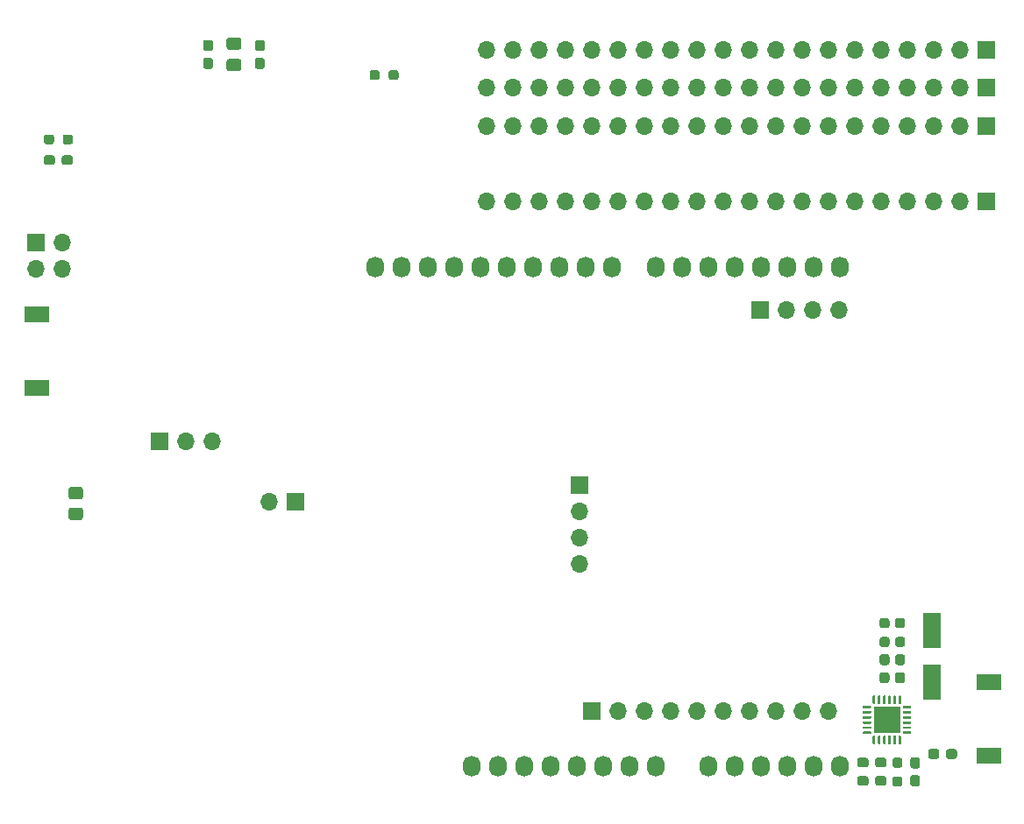
<source format=gbr>
%TF.GenerationSoftware,KiCad,Pcbnew,(5.1.12)-1*%
%TF.CreationDate,2022-03-24T17:22:39-05:00*%
%TF.ProjectId,Psoc-CTF,50736f63-2d43-4544-962e-6b696361645f,rev?*%
%TF.SameCoordinates,Original*%
%TF.FileFunction,Soldermask,Bot*%
%TF.FilePolarity,Negative*%
%FSLAX46Y46*%
G04 Gerber Fmt 4.6, Leading zero omitted, Abs format (unit mm)*
G04 Created by KiCad (PCBNEW (5.1.12)-1) date 2022-03-24 17:22:39*
%MOMM*%
%LPD*%
G01*
G04 APERTURE LIST*
%ADD10C,0.010000*%
%ADD11C,0.450000*%
%ADD12O,1.700000X1.700000*%
%ADD13R,1.700000X1.700000*%
%ADD14R,2.600000X2.600000*%
%ADD15R,1.800000X3.500000*%
%ADD16O,1.727200X2.032000*%
G04 APERTURE END LIST*
D10*
%TO.C,J12*%
G36*
X118148000Y-81654830D02*
G01*
X118148000Y-83102000D01*
X115846860Y-83102000D01*
X115846860Y-81654830D01*
X118148000Y-81654830D01*
G37*
X118148000Y-81654830D02*
X118148000Y-83102000D01*
X115846860Y-83102000D01*
X115846860Y-81654830D01*
X118148000Y-81654830D01*
G36*
X118148000Y-74494140D02*
G01*
X118148000Y-75952000D01*
X115845900Y-75952000D01*
X115845900Y-74494140D01*
X118148000Y-74494140D01*
G37*
X118148000Y-74494140D02*
X118148000Y-75952000D01*
X115845900Y-75952000D01*
X115845900Y-74494140D01*
X118148000Y-74494140D01*
%TO.C,J5*%
G36*
X207764500Y-118642859D02*
G01*
X207764500Y-117184999D01*
X210066600Y-117184999D01*
X210066600Y-118642859D01*
X207764500Y-118642859D01*
G37*
X207764500Y-118642859D02*
X207764500Y-117184999D01*
X210066600Y-117184999D01*
X210066600Y-118642859D01*
X207764500Y-118642859D01*
G36*
X207764500Y-111482169D02*
G01*
X207764500Y-110034999D01*
X210065640Y-110034999D01*
X210065640Y-111482169D01*
X207764500Y-111482169D01*
G37*
X207764500Y-111482169D02*
X207764500Y-110034999D01*
X210065640Y-110034999D01*
X210065640Y-111482169D01*
X207764500Y-111482169D01*
%TD*%
D11*
%TO.C,J12*%
X116998000Y-82376000D03*
X116998000Y-75226000D03*
%TD*%
D12*
%TO.C,J11*%
X160457797Y-57051321D03*
X162997797Y-57051321D03*
X165537797Y-57051321D03*
X168077797Y-57051321D03*
X170617797Y-57051321D03*
X173157797Y-57051321D03*
X175697797Y-57051321D03*
X178237797Y-57051321D03*
X180777797Y-57051321D03*
X183317797Y-57051321D03*
X185857797Y-57051321D03*
X188397797Y-57051321D03*
X190937797Y-57051321D03*
X193477797Y-57051321D03*
X196017797Y-57051321D03*
X198557797Y-57051321D03*
X201097797Y-57051321D03*
X203637797Y-57051321D03*
X206177797Y-57051321D03*
D13*
X208717797Y-57051321D03*
%TD*%
D12*
%TO.C,J10*%
X160438000Y-49665000D03*
X162978000Y-49665000D03*
X165518000Y-49665000D03*
X168058000Y-49665000D03*
X170598000Y-49665000D03*
X173138000Y-49665000D03*
X175678000Y-49665000D03*
X178218000Y-49665000D03*
X180758000Y-49665000D03*
X183298000Y-49665000D03*
X185838000Y-49665000D03*
X188378000Y-49665000D03*
X190918000Y-49665000D03*
X193458000Y-49665000D03*
X195998000Y-49665000D03*
X198538000Y-49665000D03*
X201078000Y-49665000D03*
X203618000Y-49665000D03*
X206158000Y-49665000D03*
D13*
X208698000Y-49665000D03*
%TD*%
D12*
%TO.C,J9*%
X160438000Y-53365000D03*
X162978000Y-53365000D03*
X165518000Y-53365000D03*
X168058000Y-53365000D03*
X170598000Y-53365000D03*
X173138000Y-53365000D03*
X175678000Y-53365000D03*
X178218000Y-53365000D03*
X180758000Y-53365000D03*
X183298000Y-53365000D03*
X185838000Y-53365000D03*
X188378000Y-53365000D03*
X190918000Y-53365000D03*
X193458000Y-53365000D03*
X195998000Y-53365000D03*
X198538000Y-53365000D03*
X201078000Y-53365000D03*
X203618000Y-53365000D03*
X206158000Y-53365000D03*
D13*
X208698000Y-53365000D03*
%TD*%
D12*
%TO.C,J8*%
X160438000Y-64365000D03*
X162978000Y-64365000D03*
X165518000Y-64365000D03*
X168058000Y-64365000D03*
X170598000Y-64365000D03*
X173138000Y-64365000D03*
X175678000Y-64365000D03*
X178218000Y-64365000D03*
X180758000Y-64365000D03*
X183298000Y-64365000D03*
X185838000Y-64365000D03*
X188378000Y-64365000D03*
X190918000Y-64365000D03*
X193458000Y-64365000D03*
X195998000Y-64365000D03*
X198538000Y-64365000D03*
X201078000Y-64365000D03*
X203618000Y-64365000D03*
X206158000Y-64365000D03*
D13*
X208698000Y-64365000D03*
%TD*%
D14*
%TO.C,U5*%
X199136000Y-114488000D03*
G36*
G01*
X196848500Y-113113000D02*
X197548500Y-113113000D01*
G75*
G02*
X197611000Y-113175500I0J-62500D01*
G01*
X197611000Y-113300500D01*
G75*
G02*
X197548500Y-113363000I-62500J0D01*
G01*
X196848500Y-113363000D01*
G75*
G02*
X196786000Y-113300500I0J62500D01*
G01*
X196786000Y-113175500D01*
G75*
G02*
X196848500Y-113113000I62500J0D01*
G01*
G37*
G36*
G01*
X196848500Y-113613000D02*
X197548500Y-113613000D01*
G75*
G02*
X197611000Y-113675500I0J-62500D01*
G01*
X197611000Y-113800500D01*
G75*
G02*
X197548500Y-113863000I-62500J0D01*
G01*
X196848500Y-113863000D01*
G75*
G02*
X196786000Y-113800500I0J62500D01*
G01*
X196786000Y-113675500D01*
G75*
G02*
X196848500Y-113613000I62500J0D01*
G01*
G37*
G36*
G01*
X196848500Y-114113000D02*
X197548500Y-114113000D01*
G75*
G02*
X197611000Y-114175500I0J-62500D01*
G01*
X197611000Y-114300500D01*
G75*
G02*
X197548500Y-114363000I-62500J0D01*
G01*
X196848500Y-114363000D01*
G75*
G02*
X196786000Y-114300500I0J62500D01*
G01*
X196786000Y-114175500D01*
G75*
G02*
X196848500Y-114113000I62500J0D01*
G01*
G37*
G36*
G01*
X196848500Y-114613000D02*
X197548500Y-114613000D01*
G75*
G02*
X197611000Y-114675500I0J-62500D01*
G01*
X197611000Y-114800500D01*
G75*
G02*
X197548500Y-114863000I-62500J0D01*
G01*
X196848500Y-114863000D01*
G75*
G02*
X196786000Y-114800500I0J62500D01*
G01*
X196786000Y-114675500D01*
G75*
G02*
X196848500Y-114613000I62500J0D01*
G01*
G37*
G36*
G01*
X196848500Y-115113000D02*
X197548500Y-115113000D01*
G75*
G02*
X197611000Y-115175500I0J-62500D01*
G01*
X197611000Y-115300500D01*
G75*
G02*
X197548500Y-115363000I-62500J0D01*
G01*
X196848500Y-115363000D01*
G75*
G02*
X196786000Y-115300500I0J62500D01*
G01*
X196786000Y-115175500D01*
G75*
G02*
X196848500Y-115113000I62500J0D01*
G01*
G37*
G36*
G01*
X196848500Y-115613000D02*
X197548500Y-115613000D01*
G75*
G02*
X197611000Y-115675500I0J-62500D01*
G01*
X197611000Y-115800500D01*
G75*
G02*
X197548500Y-115863000I-62500J0D01*
G01*
X196848500Y-115863000D01*
G75*
G02*
X196786000Y-115800500I0J62500D01*
G01*
X196786000Y-115675500D01*
G75*
G02*
X196848500Y-115613000I62500J0D01*
G01*
G37*
G36*
G01*
X197823500Y-116013000D02*
X197948500Y-116013000D01*
G75*
G02*
X198011000Y-116075500I0J-62500D01*
G01*
X198011000Y-116775500D01*
G75*
G02*
X197948500Y-116838000I-62500J0D01*
G01*
X197823500Y-116838000D01*
G75*
G02*
X197761000Y-116775500I0J62500D01*
G01*
X197761000Y-116075500D01*
G75*
G02*
X197823500Y-116013000I62500J0D01*
G01*
G37*
G36*
G01*
X198323500Y-116013000D02*
X198448500Y-116013000D01*
G75*
G02*
X198511000Y-116075500I0J-62500D01*
G01*
X198511000Y-116775500D01*
G75*
G02*
X198448500Y-116838000I-62500J0D01*
G01*
X198323500Y-116838000D01*
G75*
G02*
X198261000Y-116775500I0J62500D01*
G01*
X198261000Y-116075500D01*
G75*
G02*
X198323500Y-116013000I62500J0D01*
G01*
G37*
G36*
G01*
X198823500Y-116013000D02*
X198948500Y-116013000D01*
G75*
G02*
X199011000Y-116075500I0J-62500D01*
G01*
X199011000Y-116775500D01*
G75*
G02*
X198948500Y-116838000I-62500J0D01*
G01*
X198823500Y-116838000D01*
G75*
G02*
X198761000Y-116775500I0J62500D01*
G01*
X198761000Y-116075500D01*
G75*
G02*
X198823500Y-116013000I62500J0D01*
G01*
G37*
G36*
G01*
X199323500Y-116013000D02*
X199448500Y-116013000D01*
G75*
G02*
X199511000Y-116075500I0J-62500D01*
G01*
X199511000Y-116775500D01*
G75*
G02*
X199448500Y-116838000I-62500J0D01*
G01*
X199323500Y-116838000D01*
G75*
G02*
X199261000Y-116775500I0J62500D01*
G01*
X199261000Y-116075500D01*
G75*
G02*
X199323500Y-116013000I62500J0D01*
G01*
G37*
G36*
G01*
X199823500Y-116013000D02*
X199948500Y-116013000D01*
G75*
G02*
X200011000Y-116075500I0J-62500D01*
G01*
X200011000Y-116775500D01*
G75*
G02*
X199948500Y-116838000I-62500J0D01*
G01*
X199823500Y-116838000D01*
G75*
G02*
X199761000Y-116775500I0J62500D01*
G01*
X199761000Y-116075500D01*
G75*
G02*
X199823500Y-116013000I62500J0D01*
G01*
G37*
G36*
G01*
X200323500Y-116013000D02*
X200448500Y-116013000D01*
G75*
G02*
X200511000Y-116075500I0J-62500D01*
G01*
X200511000Y-116775500D01*
G75*
G02*
X200448500Y-116838000I-62500J0D01*
G01*
X200323500Y-116838000D01*
G75*
G02*
X200261000Y-116775500I0J62500D01*
G01*
X200261000Y-116075500D01*
G75*
G02*
X200323500Y-116013000I62500J0D01*
G01*
G37*
G36*
G01*
X200723500Y-115613000D02*
X201423500Y-115613000D01*
G75*
G02*
X201486000Y-115675500I0J-62500D01*
G01*
X201486000Y-115800500D01*
G75*
G02*
X201423500Y-115863000I-62500J0D01*
G01*
X200723500Y-115863000D01*
G75*
G02*
X200661000Y-115800500I0J62500D01*
G01*
X200661000Y-115675500D01*
G75*
G02*
X200723500Y-115613000I62500J0D01*
G01*
G37*
G36*
G01*
X200723500Y-115113000D02*
X201423500Y-115113000D01*
G75*
G02*
X201486000Y-115175500I0J-62500D01*
G01*
X201486000Y-115300500D01*
G75*
G02*
X201423500Y-115363000I-62500J0D01*
G01*
X200723500Y-115363000D01*
G75*
G02*
X200661000Y-115300500I0J62500D01*
G01*
X200661000Y-115175500D01*
G75*
G02*
X200723500Y-115113000I62500J0D01*
G01*
G37*
G36*
G01*
X200723500Y-114613000D02*
X201423500Y-114613000D01*
G75*
G02*
X201486000Y-114675500I0J-62500D01*
G01*
X201486000Y-114800500D01*
G75*
G02*
X201423500Y-114863000I-62500J0D01*
G01*
X200723500Y-114863000D01*
G75*
G02*
X200661000Y-114800500I0J62500D01*
G01*
X200661000Y-114675500D01*
G75*
G02*
X200723500Y-114613000I62500J0D01*
G01*
G37*
G36*
G01*
X200723500Y-114113000D02*
X201423500Y-114113000D01*
G75*
G02*
X201486000Y-114175500I0J-62500D01*
G01*
X201486000Y-114300500D01*
G75*
G02*
X201423500Y-114363000I-62500J0D01*
G01*
X200723500Y-114363000D01*
G75*
G02*
X200661000Y-114300500I0J62500D01*
G01*
X200661000Y-114175500D01*
G75*
G02*
X200723500Y-114113000I62500J0D01*
G01*
G37*
G36*
G01*
X200723500Y-113613000D02*
X201423500Y-113613000D01*
G75*
G02*
X201486000Y-113675500I0J-62500D01*
G01*
X201486000Y-113800500D01*
G75*
G02*
X201423500Y-113863000I-62500J0D01*
G01*
X200723500Y-113863000D01*
G75*
G02*
X200661000Y-113800500I0J62500D01*
G01*
X200661000Y-113675500D01*
G75*
G02*
X200723500Y-113613000I62500J0D01*
G01*
G37*
G36*
G01*
X200723500Y-113113000D02*
X201423500Y-113113000D01*
G75*
G02*
X201486000Y-113175500I0J-62500D01*
G01*
X201486000Y-113300500D01*
G75*
G02*
X201423500Y-113363000I-62500J0D01*
G01*
X200723500Y-113363000D01*
G75*
G02*
X200661000Y-113300500I0J62500D01*
G01*
X200661000Y-113175500D01*
G75*
G02*
X200723500Y-113113000I62500J0D01*
G01*
G37*
G36*
G01*
X200323500Y-112138000D02*
X200448500Y-112138000D01*
G75*
G02*
X200511000Y-112200500I0J-62500D01*
G01*
X200511000Y-112900500D01*
G75*
G02*
X200448500Y-112963000I-62500J0D01*
G01*
X200323500Y-112963000D01*
G75*
G02*
X200261000Y-112900500I0J62500D01*
G01*
X200261000Y-112200500D01*
G75*
G02*
X200323500Y-112138000I62500J0D01*
G01*
G37*
G36*
G01*
X199823500Y-112138000D02*
X199948500Y-112138000D01*
G75*
G02*
X200011000Y-112200500I0J-62500D01*
G01*
X200011000Y-112900500D01*
G75*
G02*
X199948500Y-112963000I-62500J0D01*
G01*
X199823500Y-112963000D01*
G75*
G02*
X199761000Y-112900500I0J62500D01*
G01*
X199761000Y-112200500D01*
G75*
G02*
X199823500Y-112138000I62500J0D01*
G01*
G37*
G36*
G01*
X199323500Y-112138000D02*
X199448500Y-112138000D01*
G75*
G02*
X199511000Y-112200500I0J-62500D01*
G01*
X199511000Y-112900500D01*
G75*
G02*
X199448500Y-112963000I-62500J0D01*
G01*
X199323500Y-112963000D01*
G75*
G02*
X199261000Y-112900500I0J62500D01*
G01*
X199261000Y-112200500D01*
G75*
G02*
X199323500Y-112138000I62500J0D01*
G01*
G37*
G36*
G01*
X198823500Y-112138000D02*
X198948500Y-112138000D01*
G75*
G02*
X199011000Y-112200500I0J-62500D01*
G01*
X199011000Y-112900500D01*
G75*
G02*
X198948500Y-112963000I-62500J0D01*
G01*
X198823500Y-112963000D01*
G75*
G02*
X198761000Y-112900500I0J62500D01*
G01*
X198761000Y-112200500D01*
G75*
G02*
X198823500Y-112138000I62500J0D01*
G01*
G37*
G36*
G01*
X198323500Y-112138000D02*
X198448500Y-112138000D01*
G75*
G02*
X198511000Y-112200500I0J-62500D01*
G01*
X198511000Y-112900500D01*
G75*
G02*
X198448500Y-112963000I-62500J0D01*
G01*
X198323500Y-112963000D01*
G75*
G02*
X198261000Y-112900500I0J62500D01*
G01*
X198261000Y-112200500D01*
G75*
G02*
X198323500Y-112138000I62500J0D01*
G01*
G37*
G36*
G01*
X197823500Y-112138000D02*
X197948500Y-112138000D01*
G75*
G02*
X198011000Y-112200500I0J-62500D01*
G01*
X198011000Y-112900500D01*
G75*
G02*
X197948500Y-112963000I-62500J0D01*
G01*
X197823500Y-112963000D01*
G75*
G02*
X197761000Y-112900500I0J62500D01*
G01*
X197761000Y-112200500D01*
G75*
G02*
X197823500Y-112138000I62500J0D01*
G01*
G37*
%TD*%
%TO.C,R14*%
G36*
G01*
X198667000Y-106464999D02*
X199142000Y-106464999D01*
G75*
G02*
X199379500Y-106702499I0J-237500D01*
G01*
X199379500Y-107202499D01*
G75*
G02*
X199142000Y-107439999I-237500J0D01*
G01*
X198667000Y-107439999D01*
G75*
G02*
X198429500Y-107202499I0J237500D01*
G01*
X198429500Y-106702499D01*
G75*
G02*
X198667000Y-106464999I237500J0D01*
G01*
G37*
G36*
G01*
X198667000Y-104639999D02*
X199142000Y-104639999D01*
G75*
G02*
X199379500Y-104877499I0J-237500D01*
G01*
X199379500Y-105377499D01*
G75*
G02*
X199142000Y-105614999I-237500J0D01*
G01*
X198667000Y-105614999D01*
G75*
G02*
X198429500Y-105377499I0J237500D01*
G01*
X198429500Y-104877499D01*
G75*
G02*
X198667000Y-104639999I237500J0D01*
G01*
G37*
%TD*%
%TO.C,R13*%
G36*
G01*
X200167001Y-106465000D02*
X200642001Y-106465000D01*
G75*
G02*
X200879501Y-106702500I0J-237500D01*
G01*
X200879501Y-107202500D01*
G75*
G02*
X200642001Y-107440000I-237500J0D01*
G01*
X200167001Y-107440000D01*
G75*
G02*
X199929501Y-107202500I0J237500D01*
G01*
X199929501Y-106702500D01*
G75*
G02*
X200167001Y-106465000I237500J0D01*
G01*
G37*
G36*
G01*
X200167001Y-104640000D02*
X200642001Y-104640000D01*
G75*
G02*
X200879501Y-104877500I0J-237500D01*
G01*
X200879501Y-105377500D01*
G75*
G02*
X200642001Y-105615000I-237500J0D01*
G01*
X200167001Y-105615000D01*
G75*
G02*
X199929501Y-105377500I0J237500D01*
G01*
X199929501Y-104877500D01*
G75*
G02*
X200167001Y-104640000I237500J0D01*
G01*
G37*
%TD*%
%TO.C,R12*%
G36*
G01*
X200389500Y-119103000D02*
X199914500Y-119103000D01*
G75*
G02*
X199677000Y-118865500I0J237500D01*
G01*
X199677000Y-118365500D01*
G75*
G02*
X199914500Y-118128000I237500J0D01*
G01*
X200389500Y-118128000D01*
G75*
G02*
X200627000Y-118365500I0J-237500D01*
G01*
X200627000Y-118865500D01*
G75*
G02*
X200389500Y-119103000I-237500J0D01*
G01*
G37*
G36*
G01*
X200389500Y-120928000D02*
X199914500Y-120928000D01*
G75*
G02*
X199677000Y-120690500I0J237500D01*
G01*
X199677000Y-120190500D01*
G75*
G02*
X199914500Y-119953000I237500J0D01*
G01*
X200389500Y-119953000D01*
G75*
G02*
X200627000Y-120190500I0J-237500D01*
G01*
X200627000Y-120690500D01*
G75*
G02*
X200389500Y-120928000I-237500J0D01*
G01*
G37*
%TD*%
%TO.C,R6*%
G36*
G01*
X151000400Y-52373000D02*
X151000400Y-51898000D01*
G75*
G02*
X151237900Y-51660500I237500J0D01*
G01*
X151737900Y-51660500D01*
G75*
G02*
X151975400Y-51898000I0J-237500D01*
G01*
X151975400Y-52373000D01*
G75*
G02*
X151737900Y-52610500I-237500J0D01*
G01*
X151237900Y-52610500D01*
G75*
G02*
X151000400Y-52373000I0J237500D01*
G01*
G37*
G36*
G01*
X149175400Y-52373000D02*
X149175400Y-51898000D01*
G75*
G02*
X149412900Y-51660500I237500J0D01*
G01*
X149912900Y-51660500D01*
G75*
G02*
X150150400Y-51898000I0J-237500D01*
G01*
X150150400Y-52373000D01*
G75*
G02*
X149912900Y-52610500I-237500J0D01*
G01*
X149412900Y-52610500D01*
G75*
G02*
X149175400Y-52373000I0J237500D01*
G01*
G37*
%TD*%
%TO.C,R5*%
G36*
G01*
X119545600Y-58602500D02*
X119545600Y-58127500D01*
G75*
G02*
X119783100Y-57890000I237500J0D01*
G01*
X120283100Y-57890000D01*
G75*
G02*
X120520600Y-58127500I0J-237500D01*
G01*
X120520600Y-58602500D01*
G75*
G02*
X120283100Y-58840000I-237500J0D01*
G01*
X119783100Y-58840000D01*
G75*
G02*
X119545600Y-58602500I0J237500D01*
G01*
G37*
G36*
G01*
X117720600Y-58602500D02*
X117720600Y-58127500D01*
G75*
G02*
X117958100Y-57890000I237500J0D01*
G01*
X118458100Y-57890000D01*
G75*
G02*
X118695600Y-58127500I0J-237500D01*
G01*
X118695600Y-58602500D01*
G75*
G02*
X118458100Y-58840000I-237500J0D01*
G01*
X117958100Y-58840000D01*
G75*
G02*
X117720600Y-58602500I0J237500D01*
G01*
G37*
%TD*%
D11*
%TO.C,J5*%
X208914500Y-110760999D03*
X208914500Y-117910999D03*
%TD*%
D12*
%TO.C,J4*%
X169418000Y-99375000D03*
X169418000Y-96835000D03*
X169418000Y-94295000D03*
D13*
X169418000Y-91755000D03*
%TD*%
D12*
%TO.C,J2*%
X133969000Y-87564000D03*
X131429000Y-87564000D03*
D13*
X128889000Y-87564000D03*
%TD*%
D15*
%TO.C,D6*%
X203498000Y-105865000D03*
X203498000Y-110865000D03*
%TD*%
%TO.C,D5*%
G36*
G01*
X199142000Y-109190000D02*
X198667000Y-109190000D01*
G75*
G02*
X198429500Y-108952500I0J237500D01*
G01*
X198429500Y-108377500D01*
G75*
G02*
X198667000Y-108140000I237500J0D01*
G01*
X199142000Y-108140000D01*
G75*
G02*
X199379500Y-108377500I0J-237500D01*
G01*
X199379500Y-108952500D01*
G75*
G02*
X199142000Y-109190000I-237500J0D01*
G01*
G37*
G36*
G01*
X199142000Y-110940000D02*
X198667000Y-110940000D01*
G75*
G02*
X198429500Y-110702500I0J237500D01*
G01*
X198429500Y-110127500D01*
G75*
G02*
X198667000Y-109890000I237500J0D01*
G01*
X199142000Y-109890000D01*
G75*
G02*
X199379500Y-110127500I0J-237500D01*
G01*
X199379500Y-110702500D01*
G75*
G02*
X199142000Y-110940000I-237500J0D01*
G01*
G37*
%TD*%
%TO.C,D4*%
G36*
G01*
X200642000Y-109190000D02*
X200167000Y-109190000D01*
G75*
G02*
X199929500Y-108952500I0J237500D01*
G01*
X199929500Y-108377500D01*
G75*
G02*
X200167000Y-108140000I237500J0D01*
G01*
X200642000Y-108140000D01*
G75*
G02*
X200879500Y-108377500I0J-237500D01*
G01*
X200879500Y-108952500D01*
G75*
G02*
X200642000Y-109190000I-237500J0D01*
G01*
G37*
G36*
G01*
X200642000Y-110940000D02*
X200167000Y-110940000D01*
G75*
G02*
X199929500Y-110702500I0J237500D01*
G01*
X199929500Y-110127500D01*
G75*
G02*
X200167000Y-109890000I237500J0D01*
G01*
X200642000Y-109890000D01*
G75*
G02*
X200879500Y-110127500I0J-237500D01*
G01*
X200879500Y-110702500D01*
G75*
G02*
X200642000Y-110940000I-237500J0D01*
G01*
G37*
%TD*%
%TO.C,C39*%
G36*
G01*
X198000500Y-120631000D02*
X198000500Y-120156000D01*
G75*
G02*
X198238000Y-119918500I237500J0D01*
G01*
X198838000Y-119918500D01*
G75*
G02*
X199075500Y-120156000I0J-237500D01*
G01*
X199075500Y-120631000D01*
G75*
G02*
X198838000Y-120868500I-237500J0D01*
G01*
X198238000Y-120868500D01*
G75*
G02*
X198000500Y-120631000I0J237500D01*
G01*
G37*
G36*
G01*
X196275500Y-120631000D02*
X196275500Y-120156000D01*
G75*
G02*
X196513000Y-119918500I237500J0D01*
G01*
X197113000Y-119918500D01*
G75*
G02*
X197350500Y-120156000I0J-237500D01*
G01*
X197350500Y-120631000D01*
G75*
G02*
X197113000Y-120868500I-237500J0D01*
G01*
X196513000Y-120868500D01*
G75*
G02*
X196275500Y-120631000I0J237500D01*
G01*
G37*
%TD*%
%TO.C,C38*%
G36*
G01*
X198000500Y-118853000D02*
X198000500Y-118378000D01*
G75*
G02*
X198238000Y-118140500I237500J0D01*
G01*
X198838000Y-118140500D01*
G75*
G02*
X199075500Y-118378000I0J-237500D01*
G01*
X199075500Y-118853000D01*
G75*
G02*
X198838000Y-119090500I-237500J0D01*
G01*
X198238000Y-119090500D01*
G75*
G02*
X198000500Y-118853000I0J237500D01*
G01*
G37*
G36*
G01*
X196275500Y-118853000D02*
X196275500Y-118378000D01*
G75*
G02*
X196513000Y-118140500I237500J0D01*
G01*
X197113000Y-118140500D01*
G75*
G02*
X197350500Y-118378000I0J-237500D01*
G01*
X197350500Y-118853000D01*
G75*
G02*
X197113000Y-119090500I-237500J0D01*
G01*
X196513000Y-119090500D01*
G75*
G02*
X196275500Y-118853000I0J237500D01*
G01*
G37*
%TD*%
%TO.C,C37*%
G36*
G01*
X204189500Y-117548500D02*
X204189500Y-118023500D01*
G75*
G02*
X203952000Y-118261000I-237500J0D01*
G01*
X203352000Y-118261000D01*
G75*
G02*
X203114500Y-118023500I0J237500D01*
G01*
X203114500Y-117548500D01*
G75*
G02*
X203352000Y-117311000I237500J0D01*
G01*
X203952000Y-117311000D01*
G75*
G02*
X204189500Y-117548500I0J-237500D01*
G01*
G37*
G36*
G01*
X205914500Y-117548500D02*
X205914500Y-118023500D01*
G75*
G02*
X205677000Y-118261000I-237500J0D01*
G01*
X205077000Y-118261000D01*
G75*
G02*
X204839500Y-118023500I0J237500D01*
G01*
X204839500Y-117548500D01*
G75*
G02*
X205077000Y-117311000I237500J0D01*
G01*
X205677000Y-117311000D01*
G75*
G02*
X205914500Y-117548500I0J-237500D01*
G01*
G37*
%TD*%
%TO.C,C26*%
G36*
G01*
X201629000Y-119829500D02*
X202104000Y-119829500D01*
G75*
G02*
X202341500Y-120067000I0J-237500D01*
G01*
X202341500Y-120667000D01*
G75*
G02*
X202104000Y-120904500I-237500J0D01*
G01*
X201629000Y-120904500D01*
G75*
G02*
X201391500Y-120667000I0J237500D01*
G01*
X201391500Y-120067000D01*
G75*
G02*
X201629000Y-119829500I237500J0D01*
G01*
G37*
G36*
G01*
X201629000Y-118104500D02*
X202104000Y-118104500D01*
G75*
G02*
X202341500Y-118342000I0J-237500D01*
G01*
X202341500Y-118942000D01*
G75*
G02*
X202104000Y-119179500I-237500J0D01*
G01*
X201629000Y-119179500D01*
G75*
G02*
X201391500Y-118942000I0J237500D01*
G01*
X201391500Y-118342000D01*
G75*
G02*
X201629000Y-118104500I237500J0D01*
G01*
G37*
%TD*%
%TO.C,C9*%
G36*
G01*
X118795600Y-60127500D02*
X118795600Y-60602500D01*
G75*
G02*
X118558100Y-60840000I-237500J0D01*
G01*
X117958100Y-60840000D01*
G75*
G02*
X117720600Y-60602500I0J237500D01*
G01*
X117720600Y-60127500D01*
G75*
G02*
X117958100Y-59890000I237500J0D01*
G01*
X118558100Y-59890000D01*
G75*
G02*
X118795600Y-60127500I0J-237500D01*
G01*
G37*
G36*
G01*
X120520600Y-60127500D02*
X120520600Y-60602500D01*
G75*
G02*
X120283100Y-60840000I-237500J0D01*
G01*
X119683100Y-60840000D01*
G75*
G02*
X119445600Y-60602500I0J237500D01*
G01*
X119445600Y-60127500D01*
G75*
G02*
X119683100Y-59890000I237500J0D01*
G01*
X120283100Y-59890000D01*
G75*
G02*
X120520600Y-60127500I0J-237500D01*
G01*
G37*
%TD*%
%TO.C,C8*%
G36*
G01*
X138340000Y-50467401D02*
X138815000Y-50467401D01*
G75*
G02*
X139052500Y-50704901I0J-237500D01*
G01*
X139052500Y-51304901D01*
G75*
G02*
X138815000Y-51542401I-237500J0D01*
G01*
X138340000Y-51542401D01*
G75*
G02*
X138102500Y-51304901I0J237500D01*
G01*
X138102500Y-50704901D01*
G75*
G02*
X138340000Y-50467401I237500J0D01*
G01*
G37*
G36*
G01*
X138340000Y-48742401D02*
X138815000Y-48742401D01*
G75*
G02*
X139052500Y-48979901I0J-237500D01*
G01*
X139052500Y-49579901D01*
G75*
G02*
X138815000Y-49817401I-237500J0D01*
G01*
X138340000Y-49817401D01*
G75*
G02*
X138102500Y-49579901I0J237500D01*
G01*
X138102500Y-48979901D01*
G75*
G02*
X138340000Y-48742401I237500J0D01*
G01*
G37*
%TD*%
%TO.C,C7*%
G36*
G01*
X133340000Y-50467399D02*
X133815000Y-50467399D01*
G75*
G02*
X134052500Y-50704899I0J-237500D01*
G01*
X134052500Y-51304899D01*
G75*
G02*
X133815000Y-51542399I-237500J0D01*
G01*
X133340000Y-51542399D01*
G75*
G02*
X133102500Y-51304899I0J237500D01*
G01*
X133102500Y-50704899D01*
G75*
G02*
X133340000Y-50467399I237500J0D01*
G01*
G37*
G36*
G01*
X133340000Y-48742399D02*
X133815000Y-48742399D01*
G75*
G02*
X134052500Y-48979899I0J-237500D01*
G01*
X134052500Y-49579899D01*
G75*
G02*
X133815000Y-49817399I-237500J0D01*
G01*
X133340000Y-49817399D01*
G75*
G02*
X133102500Y-49579899I0J237500D01*
G01*
X133102500Y-48979899D01*
G75*
G02*
X133340000Y-48742399I237500J0D01*
G01*
G37*
%TD*%
%TO.C,C6*%
G36*
G01*
X135602501Y-50592400D02*
X136552501Y-50592400D01*
G75*
G02*
X136802501Y-50842400I0J-250000D01*
G01*
X136802501Y-51517400D01*
G75*
G02*
X136552501Y-51767400I-250000J0D01*
G01*
X135602501Y-51767400D01*
G75*
G02*
X135352501Y-51517400I0J250000D01*
G01*
X135352501Y-50842400D01*
G75*
G02*
X135602501Y-50592400I250000J0D01*
G01*
G37*
G36*
G01*
X135602501Y-48517400D02*
X136552501Y-48517400D01*
G75*
G02*
X136802501Y-48767400I0J-250000D01*
G01*
X136802501Y-49442400D01*
G75*
G02*
X136552501Y-49692400I-250000J0D01*
G01*
X135602501Y-49692400D01*
G75*
G02*
X135352501Y-49442400I0J250000D01*
G01*
X135352501Y-48767400D01*
G75*
G02*
X135602501Y-48517400I250000J0D01*
G01*
G37*
%TD*%
D16*
%TO.C,P1*%
X159004000Y-118933000D03*
X161544000Y-118933000D03*
X164084000Y-118933000D03*
X166624000Y-118933000D03*
X169164000Y-118933000D03*
X171704000Y-118933000D03*
X174244000Y-118933000D03*
X176784000Y-118933000D03*
%TD*%
%TO.C,P2*%
X181914000Y-118933000D03*
X184454000Y-118933000D03*
X186994000Y-118933000D03*
X189534000Y-118933000D03*
X192074000Y-118933000D03*
X194614000Y-118933000D03*
%TD*%
%TO.C,P3*%
X149733000Y-70673000D03*
X152273000Y-70673000D03*
X154813000Y-70673000D03*
X157353000Y-70673000D03*
X159893000Y-70673000D03*
X162433000Y-70673000D03*
X164973000Y-70673000D03*
X167513000Y-70673000D03*
X170053000Y-70673000D03*
X172593000Y-70673000D03*
%TD*%
%TO.C,P4*%
X194564000Y-70673000D03*
X192024000Y-70673000D03*
X189484000Y-70673000D03*
X186944000Y-70673000D03*
X184404000Y-70673000D03*
X181864000Y-70673000D03*
X179324000Y-70673000D03*
X176784000Y-70673000D03*
%TD*%
D13*
%TO.C,J7*%
X186918600Y-74838600D03*
D12*
X189458600Y-74838600D03*
X191998600Y-74838600D03*
X194538600Y-74838600D03*
%TD*%
D13*
%TO.C,J6*%
X170662600Y-113649800D03*
D12*
X173202600Y-113649800D03*
X175742600Y-113649800D03*
X178282600Y-113649800D03*
X180822600Y-113649800D03*
X183362600Y-113649800D03*
X185902600Y-113649800D03*
X188442600Y-113649800D03*
X190982600Y-113649800D03*
X193522600Y-113649800D03*
%TD*%
%TO.C,R46*%
G36*
G01*
X120347999Y-93965000D02*
X121248001Y-93965000D01*
G75*
G02*
X121498000Y-94214999I0J-249999D01*
G01*
X121498000Y-94915001D01*
G75*
G02*
X121248001Y-95165000I-249999J0D01*
G01*
X120347999Y-95165000D01*
G75*
G02*
X120098000Y-94915001I0J249999D01*
G01*
X120098000Y-94214999D01*
G75*
G02*
X120347999Y-93965000I249999J0D01*
G01*
G37*
G36*
G01*
X120347999Y-91965000D02*
X121248001Y-91965000D01*
G75*
G02*
X121498000Y-92214999I0J-249999D01*
G01*
X121498000Y-92915001D01*
G75*
G02*
X121248001Y-93165000I-249999J0D01*
G01*
X120347999Y-93165000D01*
G75*
G02*
X120098000Y-92915001I0J249999D01*
G01*
X120098000Y-92214999D01*
G75*
G02*
X120347999Y-91965000I249999J0D01*
G01*
G37*
%TD*%
D13*
%TO.C,J3*%
X116998000Y-68365000D03*
D12*
X119538000Y-68365000D03*
X116998000Y-70905000D03*
X119538000Y-70905000D03*
%TD*%
D13*
%TO.C,J1*%
X141998000Y-93365000D03*
D12*
X139458000Y-93365000D03*
%TD*%
M02*

</source>
